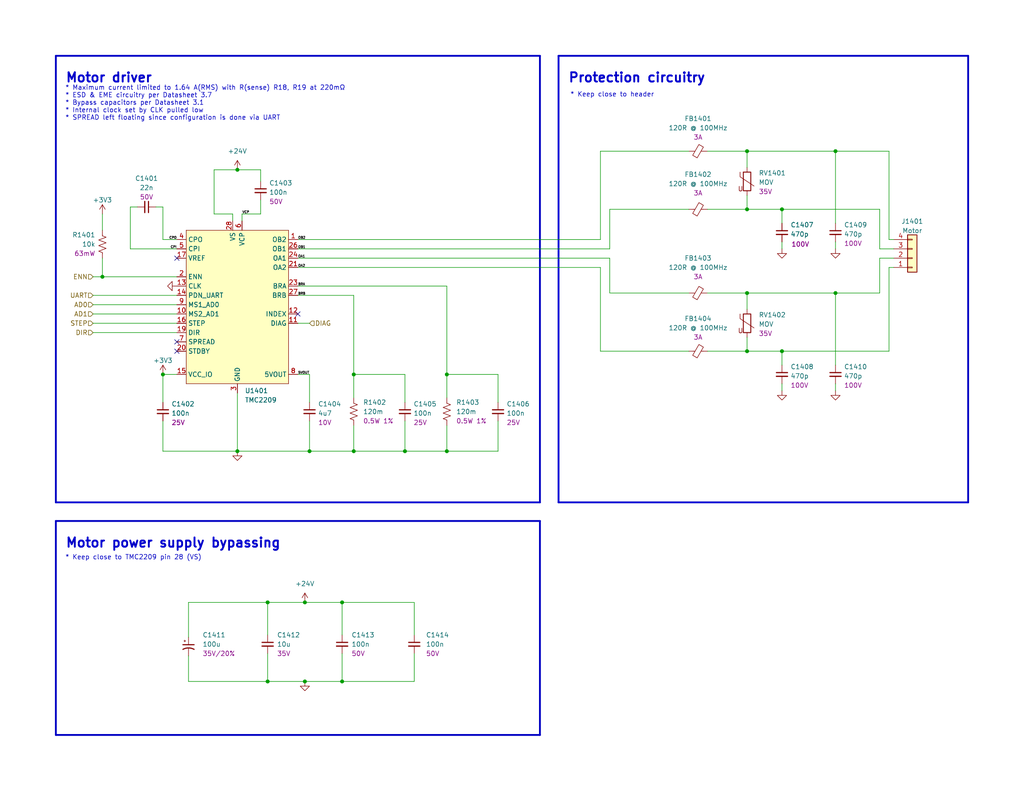
<source format=kicad_sch>
(kicad_sch (version 20211123) (generator eeschema)
  (paper "USLetter")
  (title_block (title "Starfish") (date "2022-09-10") (rev "v0") (company "Winterbloom") (comment 1 "Alethea Flowers") (comment 2 "CERN-OHL-P V2") (comment 3 "jellyfish.wntr.dev"))
  (lib_symbols
    (symbol "Connector_Generic:Conn_01x04" (pin_names (offset 1.016) hide)
      (property "Reference" "J" (at 0 5.08 0))
      (property "Value" "Conn_01x04" (at 0 -7.62 0))
      (symbol "Conn_01x04_1_1"
        (rectangle (start -1.27 -4.953) (end 0 -5.207) (stroke (width 0.1524)))
        (rectangle (start -1.27 -2.413) (end 0 -2.667) (stroke (width 0.1524)))
        (rectangle (start -1.27 0.127) (end 0 -0.127) (stroke (width 0.1524)))
        (rectangle (start -1.27 2.667) (end 0 2.413) (stroke (width 0.1524)))
        (rectangle (start -1.27 3.81) (end 1.27 -6.35) (stroke (width 0.254)) (fill (type background)))
        (pin passive line (at -5.08 2.54 0) (length 3.81) (name "Pin_1") (number "1"))
        (pin passive line (at -5.08 0 0) (length 3.81) (name "Pin_2") (number "2"))
        (pin passive line (at -5.08 -2.54 0) (length 3.81) (name "Pin_3") (number "3"))
        (pin passive line (at -5.08 -5.08 0) (length 3.81) (name "Pin_4") (number "4"))
      )
    )
    (symbol "Device:C_Polarized_Small_US" (pin_numbers hide) (pin_names (offset 0.254) hide)
      (property "Reference" "C" (at 0.254 1.778 0))
      (property "Value" "C_Polarized_Small_US" (at 0.254 -2.032 0))
      (symbol "C_Polarized_Small_US_0_1"
        (polyline (pts (xy -1.524 0.508) (xy 1.524 0.508)) (stroke (width 0.3048)))
        (polyline (pts (xy -1.27 1.524) (xy -0.762 1.524)))
        (polyline (pts (xy -1.016 1.27) (xy -1.016 1.778)))
        (arc (start 1.524 -0.762) (mid 0 -0.3734) (end -1.524 -0.762) (stroke (width 0.3048)))
      )
      (symbol "C_Polarized_Small_US_1_1"
        (pin passive line (at 0 2.54 270) (length 2.032) (name "~") (number "1"))
        (pin passive line (at 0 -2.54 90) (length 2.032) (name "~") (number "2"))
      )
    )
    (symbol "Device:C_Small" (pin_numbers hide) (pin_names (offset 0.254) hide)
      (property "Reference" "C" (at 0.254 1.778 0))
      (property "Value" "C_Small" (at 0.254 -2.032 0))
      (symbol "C_Small_0_1"
        (polyline (pts (xy -1.524 -0.508) (xy 1.524 -0.508)) (stroke (width 0.3302)))
        (polyline (pts (xy -1.524 0.508) (xy 1.524 0.508)) (stroke (width 0.3048)))
      )
      (symbol "C_Small_1_1"
        (pin passive line (at 0 2.54 270) (length 2.032) (name "~") (number "1"))
        (pin passive line (at 0 -2.54 90) (length 2.032) (name "~") (number "2"))
      )
    )
    (symbol "Device:FerriteBead_Small" (pin_numbers hide) (pin_names (offset 0))
      (property "Reference" "FB" (at 1.905 1.27 0))
      (property "Value" "FerriteBead_Small" (at 1.905 -1.27 0))
      (symbol "FerriteBead_Small_0_1"
        (polyline (pts (xy 0 -1.27) (xy 0 -0.7874)))
        (polyline (pts (xy 0 0.889) (xy 0 1.2954)))
        (polyline (pts (xy -1.8288 0.2794) (xy -1.1176 1.4986) (xy 1.8288 -0.2032) (xy 1.1176 -1.4224) (xy -1.8288 0.2794)))
      )
      (symbol "FerriteBead_Small_1_1"
        (pin passive line (at 0 2.54 270) (length 1.27) (name "~") (number "1"))
        (pin passive line (at 0 -2.54 90) (length 1.27) (name "~") (number "2"))
      )
    )
    (symbol "Device:R_US" (pin_numbers hide) (pin_names (offset 0))
      (property "Reference" "R" (at 2.54 0 90))
      (property "Value" "R_US" (at -2.54 0 90))
      (symbol "R_US_0_1"
        (polyline (pts (xy 0 -2.286) (xy 0 -2.54)))
        (polyline (pts (xy 0 2.286) (xy 0 2.54)))
        (polyline (pts (xy 0 -0.762) (xy 1.016 -1.143) (xy 0 -1.524) (xy -1.016 -1.905) (xy 0 -2.286)))
        (polyline (pts (xy 0 0.762) (xy 1.016 0.381) (xy 0 0) (xy -1.016 -0.381) (xy 0 -0.762)))
        (polyline (pts (xy 0 2.286) (xy 1.016 1.905) (xy 0 1.524) (xy -1.016 1.143) (xy 0 0.762)))
      )
      (symbol "R_US_1_1"
        (pin passive line (at 0 3.81 270) (length 1.27) (name "~") (number "1"))
        (pin passive line (at 0 -3.81 90) (length 1.27) (name "~") (number "2"))
      )
    )
    (symbol "Device:Varistor" (pin_numbers hide) (pin_names (offset 0))
      (property "Reference" "RV" (at 3.175 0 90))
      (property "Value" "Varistor" (at -3.175 0 90))
      (symbol "Varistor_0_0"
        (text "U" (at -1.778 -2.032 0) (effects (font (size 1.27 1.27))))
      )
      (symbol "Varistor_0_1"
        (rectangle (start -1.016 -2.54) (end 1.016 2.54) (stroke (width 0.254)))
        (polyline (pts (xy -1.905 2.54) (xy -1.905 1.27) (xy 1.905 -1.27)))
      )
      (symbol "Varistor_1_1"
        (pin passive line (at 0 3.81 270) (length 1.27) (name "~") (number "1"))
        (pin passive line (at 0 -3.81 90) (length 1.27) (name "~") (number "2"))
      )
    )
    (symbol "power:+24V" (power) (pin_names (offset 0))
      (property "Value" "+24V" (at 0 3.556 0))
      (symbol "+24V_0_1"
        (polyline (pts (xy -0.762 1.27) (xy 0 2.54)))
        (polyline (pts (xy 0 0) (xy 0 2.54)))
        (polyline (pts (xy 0 2.54) (xy 0.762 1.27)))
      )
      (symbol "+24V_1_1"
        (pin power_in line (at 0 0 90) (length 0) hide (name "+24V") (number "1"))
      )
    )
    (symbol "power:+3V3" (power) (pin_names (offset 0))
      (property "Value" "+3V3" (at 0 3.556 0))
      (symbol "+3V3_0_1"
        (polyline (pts (xy -0.762 1.27) (xy 0 2.54)))
        (polyline (pts (xy 0 0) (xy 0 2.54)))
        (polyline (pts (xy 0 2.54) (xy 0.762 1.27)))
      )
      (symbol "+3V3_1_1"
        (pin power_in line (at 0 0 90) (length 0) hide (name "+3V3") (number "1"))
      )
    )
    (symbol "power:GND" (power) (pin_names (offset 0))
      (property "Value" "GND" (at 0 -3.81 0))
      (symbol "GND_0_1"
        (polyline (pts (xy 0 0) (xy 0 -1.27) (xy 1.27 -1.27) (xy 0 -2.54) (xy -1.27 -1.27) (xy 0 -1.27)))
      )
      (symbol "GND_1_1"
        (pin power_in line (at 0 0 270) (length 0) hide (name "GND") (number "1"))
      )
    )
    (symbol "winterbloom:TMC2209"
      (property "Reference" "U" (at 12.7 -21.59 0))
      (property "Value" "TMC2209" (at -10.16 22.86 0))
      (symbol "TMC2209_0_0"
        (pin output line (at 16.51 19.05 180) (length 2.54) (name "OB2") (number "1"))
        (pin input line (at -16.51 -1.27 0) (length 2.54) (name "MS2_AD1") (number "10"))
        (pin output line (at 16.51 -3.81 180) (length 2.54) (name "DIAG") (number "11"))
        (pin output line (at 16.51 -1.27 180) (length 2.54) (name "INDEX") (number "12"))
        (pin input line (at -16.51 6.35 0) (length 2.54) (name "CLK") (number "13"))
        (pin bidirectional line (at -16.51 3.81 0) (length 2.54) (name "PDN_UART") (number "14"))
        (pin power_in line (at -16.51 -17.78 0) (length 2.54) (name "VCC_IO") (number "15"))
        (pin input line (at -16.51 -3.81 0) (length 2.54) (name "STEP") (number "16"))
        (pin input line (at -16.51 13.97 0) (length 2.54) (name "VREF") (number "17"))
        (pin power_in line (at 0 -22.86 90) (length 2.54) hide (name "GND") (number "18"))
        (pin input line (at -16.51 -6.35 0) (length 2.54) (name "DIR") (number "19"))
        (pin input line (at -16.51 8.89 0) (length 2.54) (name "ENN") (number "2"))
        (pin input line (at -16.51 -11.43 0) (length 2.54) (name "STDBY") (number "20"))
        (pin output line (at 16.51 11.43 180) (length 2.54) (name "OA2") (number "21"))
        (pin power_in line (at -1.27 24.13 270) (length 2.54) hide (name "VS") (number "22"))
        (pin passive line (at 16.51 6.35 180) (length 2.54) (name "BRA") (number "23"))
        (pin output line (at 16.51 13.97 180) (length 2.54) (name "OA1") (number "24"))
        (pin power_in line (at 0 -22.86 90) (length 2.54) hide (name "GND") (number "25"))
        (pin output line (at 16.51 16.51 180) (length 2.54) (name "OB1") (number "26"))
        (pin passive line (at 16.51 3.81 180) (length 2.54) (name "BRB") (number "27"))
        (pin power_in line (at -1.27 24.13 270) (length 2.54) (name "VS") (number "28"))
        (pin power_in line (at 0 -22.86 90) (length 2.54) hide (name "PAD") (number "29"))
        (pin power_in line (at 0 -22.86 90) (length 2.54) (name "GND") (number "3"))
        (pin passive line (at -16.51 19.05 0) (length 2.54) (name "CPO") (number "4"))
        (pin passive line (at -16.51 16.51 0) (length 2.54) (name "CPI") (number "5"))
        (pin passive line (at 1.27 24.13 270) (length 2.54) (name "VCP") (number "6"))
        (pin passive line (at -16.51 -8.89 0) (length 2.54) (name "SPREAD") (number "7"))
        (pin power_out line (at 16.51 -17.78 180) (length 2.54) (name "5VOUT") (number "8"))
        (pin input line (at -16.51 1.27 0) (length 2.54) (name "MS1_AD0") (number "9"))
      )
      (symbol "TMC2209_0_1"
        (rectangle (start -13.97 21.59) (end 13.97 -20.32) (fill (type background)))
      )
    )
  )
  (junction (at 213.36 95.885))
  (junction (at 203.835 57.15))
  (junction (at 203.835 41.275))
  (junction (at 83.185 186.055))
  (junction (at 84.455 123.19))
  (junction (at 227.965 80.01))
  (junction (at 44.45 102.235))
  (junction (at 73.025 164.465))
  (junction (at 64.77 46.355))
  (junction (at 203.835 95.885))
  (junction (at 73.025 186.055))
  (junction (at 213.36 57.15))
  (junction (at 96.52 102.235))
  (junction (at 110.49 123.19))
  (junction (at 27.94 75.565))
  (junction (at 93.345 186.055))
  (junction (at 121.92 102.235))
  (junction (at 203.835 80.01))
  (junction (at 83.185 164.465))
  (junction (at 96.52 123.19))
  (junction (at 93.345 164.465))
  (junction (at 227.965 41.275))
  (junction (at 121.92 123.19))
  (junction (at 64.77 123.19))
  (no_connect (at 48.26 70.485))
  (no_connect (at 81.28 85.725))
  (no_connect (at 48.26 93.345))
  (no_connect (at 48.26 95.885))
  (wire (pts (xy 44.45 109.855) (xy 44.45 102.235)))
  (wire (pts (xy 73.025 178.435) (xy 73.025 186.055)))
  (wire (pts (xy 242.57 65.405) (xy 242.57 41.275)))
  (wire (pts (xy 93.345 178.435) (xy 93.345 186.055)))
  (wire (pts (xy 81.28 80.645) (xy 96.52 80.645)))
  (wire (pts (xy 166.37 57.15) (xy 166.37 67.945)))
  (wire (pts (xy 166.37 80.01) (xy 166.37 70.485)))
  (wire (pts (xy 203.835 92.075) (xy 203.835 95.885)))
  (polyline (pts (xy 15.24 142.24) (xy 147.32 142.24)) (stroke (width 0.5) (type solid)))
  (wire (pts (xy 110.49 123.19) (xy 96.52 123.19)))
  (polyline (pts (xy 147.32 200.66) (xy 15.24 200.66)) (stroke (width 0.5) (type solid)))
  (wire (pts (xy 96.52 102.235) (xy 110.49 102.235)))
  (wire (pts (xy 81.28 78.105) (xy 121.92 78.105)))
  (wire (pts (xy 187.96 41.275) (xy 163.83 41.275)))
  (polyline (pts (xy 147.32 142.24) (xy 147.32 200.66)) (stroke (width 0.5) (type solid)))
  (wire (pts (xy 243.84 73.025) (xy 242.57 73.025)))
  (wire (pts (xy 240.03 70.485) (xy 243.84 70.485)))
  (wire (pts (xy 27.94 58.42) (xy 27.94 62.865)))
  (wire (pts (xy 203.835 41.275) (xy 203.835 45.72)))
  (wire (pts (xy 121.92 123.19) (xy 135.89 123.19)))
  (wire (pts (xy 25.4 83.185) (xy 48.26 83.185)))
  (wire (pts (xy 193.04 95.885) (xy 203.835 95.885)))
  (polyline (pts (xy 264.16 137.16) (xy 152.4 137.16)) (stroke (width 0.5) (type solid)))
  (wire (pts (xy 121.92 123.19) (xy 110.49 123.19)))
  (wire (pts (xy 240.03 80.01) (xy 240.03 70.485)))
  (wire (pts (xy 84.455 123.19) (xy 96.52 123.19)))
  (wire (pts (xy 121.92 102.235) (xy 121.92 108.585)))
  (wire (pts (xy 121.92 102.235) (xy 135.89 102.235)))
  (wire (pts (xy 203.835 80.01) (xy 227.965 80.01)))
  (wire (pts (xy 58.42 46.355) (xy 58.42 58.42)))
  (wire (pts (xy 51.435 186.055) (xy 73.025 186.055)))
  (wire (pts (xy 51.435 164.465) (xy 51.435 173.99)))
  (wire (pts (xy 35.56 56.515) (xy 35.56 67.945)))
  (polyline (pts (xy 147.32 137.16) (xy 15.24 137.16)) (stroke (width 0.5) (type solid)))
  (wire (pts (xy 187.96 57.15) (xy 166.37 57.15)))
  (wire (pts (xy 66.04 58.42) (xy 66.04 60.325)))
  (wire (pts (xy 193.04 41.275) (xy 203.835 41.275)))
  (wire (pts (xy 240.03 57.15) (xy 240.03 67.945)))
  (wire (pts (xy 227.965 106.68) (xy 227.965 104.775)))
  (wire (pts (xy 27.94 75.565) (xy 48.26 75.565)))
  (wire (pts (xy 81.28 65.405) (xy 163.83 65.405)))
  (wire (pts (xy 227.965 67.945) (xy 227.965 66.04)))
  (wire (pts (xy 96.52 102.235) (xy 96.52 108.585)))
  (wire (pts (xy 83.185 186.055) (xy 93.345 186.055)))
  (wire (pts (xy 110.49 102.235) (xy 110.49 109.855)))
  (polyline (pts (xy 152.4 15.24) (xy 152.4 137.16)) (stroke (width 0.5) (type solid)))
  (wire (pts (xy 81.28 70.485) (xy 166.37 70.485)))
  (wire (pts (xy 187.96 80.01) (xy 166.37 80.01)))
  (polyline (pts (xy 152.4 15.24) (xy 264.16 15.24)) (stroke (width 0.5) (type solid)))
  (wire (pts (xy 58.42 46.355) (xy 64.77 46.355)))
  (wire (pts (xy 84.455 114.935) (xy 84.455 123.19)))
  (wire (pts (xy 193.04 80.01) (xy 203.835 80.01)))
  (wire (pts (xy 83.185 164.465) (xy 93.345 164.465)))
  (wire (pts (xy 35.56 67.945) (xy 48.26 67.945)))
  (wire (pts (xy 135.89 102.235) (xy 135.89 109.855)))
  (polyline (pts (xy 147.32 15.24) (xy 147.32 137.16)) (stroke (width 0.5) (type solid)))
  (wire (pts (xy 227.965 41.275) (xy 242.57 41.275)))
  (wire (pts (xy 25.4 80.645) (xy 48.26 80.645)))
  (wire (pts (xy 96.52 116.205) (xy 96.52 123.19)))
  (wire (pts (xy 73.025 164.465) (xy 83.185 164.465)))
  (wire (pts (xy 113.03 186.055) (xy 113.03 178.435)))
  (wire (pts (xy 203.835 80.01) (xy 203.835 84.455)))
  (wire (pts (xy 63.5 58.42) (xy 63.5 60.325)))
  (wire (pts (xy 64.77 46.355) (xy 71.12 46.355)))
  (wire (pts (xy 187.96 95.885) (xy 163.83 95.885)))
  (wire (pts (xy 25.4 75.565) (xy 27.94 75.565)))
  (wire (pts (xy 48.26 65.405) (xy 44.45 65.405)))
  (wire (pts (xy 96.52 80.645) (xy 96.52 102.235)))
  (wire (pts (xy 84.455 102.235) (xy 84.455 109.855)))
  (wire (pts (xy 51.435 179.07) (xy 51.435 186.055)))
  (wire (pts (xy 25.4 90.805) (xy 48.26 90.805)))
  (wire (pts (xy 84.455 102.235) (xy 81.28 102.235)))
  (wire (pts (xy 203.835 95.885) (xy 213.36 95.885)))
  (wire (pts (xy 213.36 95.885) (xy 213.36 99.695)))
  (wire (pts (xy 73.025 186.055) (xy 83.185 186.055)))
  (wire (pts (xy 193.04 57.15) (xy 203.835 57.15)))
  (wire (pts (xy 242.57 73.025) (xy 242.57 95.885)))
  (wire (pts (xy 163.83 41.275) (xy 163.83 65.405)))
  (wire (pts (xy 58.42 58.42) (xy 63.5 58.42)))
  (wire (pts (xy 213.36 67.945) (xy 213.36 66.04)))
  (wire (pts (xy 240.03 67.945) (xy 243.84 67.945)))
  (polyline (pts (xy 15.24 142.24) (xy 15.24 200.66)) (stroke (width 0.5) (type solid)))
  (wire (pts (xy 73.025 164.465) (xy 51.435 164.465)))
  (wire (pts (xy 213.36 57.15) (xy 240.03 57.15)))
  (wire (pts (xy 44.45 65.405) (xy 44.45 56.515)))
  (wire (pts (xy 110.49 114.935) (xy 110.49 123.19)))
  (wire (pts (xy 64.77 123.19) (xy 44.45 123.19)))
  (wire (pts (xy 73.025 164.465) (xy 73.025 173.355)))
  (wire (pts (xy 37.465 56.515) (xy 35.56 56.515)))
  (wire (pts (xy 71.12 46.355) (xy 71.12 49.53)))
  (wire (pts (xy 44.45 102.235) (xy 48.26 102.235)))
  (wire (pts (xy 44.45 123.19) (xy 44.45 114.935)))
  (wire (pts (xy 227.965 80.01) (xy 240.03 80.01)))
  (wire (pts (xy 27.94 70.485) (xy 27.94 75.565)))
  (wire (pts (xy 227.965 60.96) (xy 227.965 41.275)))
  (wire (pts (xy 213.36 57.15) (xy 213.36 60.96)))
  (wire (pts (xy 64.77 107.315) (xy 64.77 123.19)))
  (wire (pts (xy 93.345 186.055) (xy 113.03 186.055)))
  (wire (pts (xy 81.28 73.025) (xy 163.83 73.025)))
  (polyline (pts (xy 15.24 15.24) (xy 15.24 137.16)) (stroke (width 0.5) (type solid)))
  (wire (pts (xy 84.455 123.19) (xy 64.77 123.19)))
  (wire (pts (xy 227.965 80.01) (xy 227.965 99.695)))
  (wire (pts (xy 81.28 88.265) (xy 84.455 88.265)))
  (wire (pts (xy 213.36 106.68) (xy 213.36 104.775)))
  (wire (pts (xy 203.835 41.275) (xy 227.965 41.275)))
  (wire (pts (xy 163.83 95.885) (xy 163.83 73.025)))
  (wire (pts (xy 25.4 85.725) (xy 48.26 85.725)))
  (wire (pts (xy 93.345 164.465) (xy 113.03 164.465)))
  (wire (pts (xy 203.835 57.15) (xy 213.36 57.15)))
  (wire (pts (xy 44.45 56.515) (xy 42.545 56.515)))
  (wire (pts (xy 121.92 78.105) (xy 121.92 102.235)))
  (wire (pts (xy 71.12 54.61) (xy 71.12 58.42)))
  (wire (pts (xy 81.28 67.945) (xy 166.37 67.945)))
  (wire (pts (xy 93.345 164.465) (xy 93.345 173.355)))
  (wire (pts (xy 25.4 88.265) (xy 48.26 88.265)))
  (wire (pts (xy 71.12 58.42) (xy 66.04 58.42)))
  (wire (pts (xy 121.92 116.205) (xy 121.92 123.19)))
  (polyline (pts (xy 264.16 15.24) (xy 264.16 137.16)) (stroke (width 0.5) (type solid)))
  (wire (pts (xy 243.84 65.405) (xy 242.57 65.405)))
  (wire (pts (xy 135.89 123.19) (xy 135.89 114.935)))
  (wire (pts (xy 113.03 164.465) (xy 113.03 173.355)))
  (wire (pts (xy 203.835 53.34) (xy 203.835 57.15)))
  (wire (pts (xy 213.36 95.885) (xy 242.57 95.885)))
  (polyline (pts (xy 15.24 15.24) (xy 147.32 15.24)) (stroke (width 0.5) (type solid)))
  (text "Motor power supply bypassing" (at 17.78 149.86 0) (effects (font (size 2.54 2.54) (thickness 0.508) bold) (justify left bottom)))
  (text "* Maximum current limited to 1.64 A(RMS) with R(sense) R18, R19 at 220mΩ\n* ESD & EME circuitry per Datasheet 3.7\n* Bypass capacitors per Datasheet 3.1\n* Internal clock set by CLK pulled low\n* SPREAD left floating since configuration is done via UART" (at 17.78 33.02 0) (effects (font (size 1.27 1.27)) (justify left bottom)))
  (text "* Keep close to header" (at 155.575 26.67 0) (effects (font (size 1.27 1.27)) (justify left bottom)))
  (text "Protection circuitry" (at 154.94 22.86 0) (effects (font (size 2.54 2.54) (thickness 0.508) bold) (justify left bottom)))
  (text "Motor driver" (at 17.78 22.86 0) (effects (font (size 2.54 2.54) (thickness 0.508) bold) (justify left bottom)))
  (text "* Keep close to TMC2209 pin 28 (VS)" (at 17.78 153.035 0) (effects (font (size 1.27 1.27)) (justify left bottom)))
  (label "OB1" (at 81.28 67.945 0) (effects (font (size 0.64 0.64))))
  (label "CPI" (at 48.26 67.945 180) (effects (font (size 0.64 0.64))))
  (label "BRA" (at 81.28 78.105 0) (effects (font (size 0.64 0.64))))
  (label "5VOUT" (at 81.28 102.235 0) (effects (font (size 0.64 0.64))))
  (label "BRB" (at 81.28 80.645 0) (effects (font (size 0.64 0.64))))
  (label "OA1" (at 81.28 70.485 0) (effects (font (size 0.64 0.64))))
  (label "VCP" (at 66.04 58.42 0) (effects (font (size 0.64 0.64))))
  (label "OA2" (at 81.28 73.025 0) (effects (font (size 0.64 0.64))))
  (label "OB2" (at 81.28 65.405 0) (effects (font (size 0.64 0.64))))
  (label "CPO" (at 48.26 65.405 180) (effects (font (size 0.64 0.64))))
  (hierarchical_label "STEP" (shape input) (at 25.4 88.265 180))
  (hierarchical_label "UART" (shape input) (at 25.4 80.645 180))
  (hierarchical_label "DIR" (shape input) (at 25.4 90.805 180))
  (hierarchical_label "DIAG" (shape input) (at 84.455 88.265 0))
  (hierarchical_label "AD1" (shape input) (at 25.4 85.725 180))
  (hierarchical_label "AD0" (shape input) (at 25.4 83.185 180))
  (hierarchical_label "ENN" (shape input) (at 25.4 75.565 180))
  (symbol (lib_id "Device:C_Polarized_Small_US") (at 51.435 176.53 0) (unit 1)
    (property "Reference" "C1411" (at 55.245 173.3549 0) (effects (justify left)))
    (property "Value" "100u" (at 55.245 175.8949 0) (effects (justify left)))
    (property "Footprint" "Capacitor_SMD:CP_Elec_6.3x9.9" (effects hide))
    (property "Rating" "35V/20%" (at 55.245 178.4349 0) (effects (justify left)))
    (property "mpn" "865080653016, UWT1V221MNL1GS" (effects hide))
  )
  (symbol (lib_id "Device:R_US") (at 121.92 112.395 180) (unit 1)
    (property "Reference" "R1403" (at 124.46 109.8549 0) (effects (justify right)))
    (property "Value" "120m" (at 124.46 112.3949 0) (effects (justify right)))
    (property "Footprint" "winterbloom:R_1206_HandSolder" (effects hide))
    (property "Rating" "0.5W 1%" (at 124.46 114.9349 0) (effects (justify right)))
    (property "mpn" "KDV12DR120ET" (effects hide))
  )
  (symbol (lib_id "Device:Varistor") (at 203.835 88.265 0) (unit 1)
    (property "Reference" "RV1402" (at 207.01 85.9781 0) (effects (justify left)))
    (property "Value" "MOV" (at 207.01 88.5181 0) (effects (justify left)))
    (property "Footprint" "winterbloom:R_0603_HandSolder" (effects hide))
    (property "Datasheet" "https://www.tdk-electronics.tdk.com/inf/75/ds/High_speed_series.pdf?ref_disty=digikey" (effects hide))
    (property "mpn" "B72500D0300H060" (effects hide))
    (property "Rating" "35V" (at 207.01 91.0581 0) (effects (justify left)))
  )
  (symbol (lib_id "power:+3V3") (at 44.45 102.235 0) (unit 1)
    (property "Reference" "#PWR01402" (effects hide))
    (property "Value" "+3V3" (at 44.45 98.425 0))
  )
  (symbol (lib_id "power:GND") (at 48.26 78.105 270) (unit 1)
    (property "Reference" "#PWR01403" (effects hide))
    (property "Value" "GND" (effects hide))
  )
  (symbol (lib_id "Device:C_Small") (at 213.36 63.5 0) (unit 1)
    (property "Reference" "C1407" (at 215.6841 61.4032 0) (effects (justify left)))
    (property "Value" "470p" (at 215.6841 63.9401 0) (effects (justify left)))
    (property "Footprint" "winterbloom:C_0603_HandSolder" (effects hide))
    (property "Rating" "100V" (at 215.9 66.675 0) (effects (justify left)))
    (property "mpn" "885342006005" (effects hide))
  )
  (symbol (lib_id "Device:C_Small") (at 40.005 56.515 270) (unit 1)
    (property "Reference" "C1401" (at 39.9986 48.7163 90))
    (property "Value" "22n" (at 39.9986 51.2532 90))
    (property "Footprint" "winterbloom:C_0603_HandSolder" (effects hide))
    (property "Rating" "50V" (at 39.9986 53.7901 90))
    (property "mpn" "CL10B223KB8NNNC" (effects hide))
  )
  (symbol (lib_id "Device:C_Small") (at 73.025 175.895 0) (unit 1)
    (property "Reference" "C1412" (at 75.565 173.3612 0) (effects (justify left)))
    (property "Value" "10u" (at 75.565 175.9012 0) (effects (justify left)))
    (property "Footprint" "winterbloom:C_1210_HandSolder" (effects hide))
    (property "Rating" "35V" (at 75.565 178.4412 0) (effects (justify left)))
    (property "mpn" "CL32A106KAULNNE" (effects hide))
  )
  (symbol (lib_id "Device:C_Small") (at 213.36 102.235 0) (unit 1)
    (property "Reference" "C1408" (at 215.6841 100.1382 0) (effects (justify left)))
    (property "Value" "470p" (at 215.6841 102.6751 0) (effects (justify left)))
    (property "Footprint" "winterbloom:C_0603_HandSolder" (effects hide))
    (property "Rating" "100V" (at 215.6841 105.212 0) (effects (justify left)))
    (property "mpn" "885342006005" (effects hide))
  )
  (symbol (lib_id "Device:FerriteBead_Small") (at 190.5 57.15 90) (unit 1)
    (property "Reference" "FB1402" (at 190.4619 47.625 90))
    (property "Value" "120R @ 100MHz" (at 190.4619 50.165 90))
    (property "Footprint" "winterbloom:L_0603_HandSolder" (effects hide))
    (property "Datasheet" "https://www.murata.com/products/productdata/8796738650142/ENFA0003.pdf" (effects hide))
    (property "Rating" "3A" (at 190.4619 52.705 90))
    (property "mpn" "BLM18KG121TN1D" (effects hide))
  )
  (symbol (lib_id "Device:C_Small") (at 84.455 112.395 0) (unit 1)
    (property "Reference" "C1404" (at 86.7791 110.2982 0) (effects (justify left)))
    (property "Value" "4u7" (at 86.7791 112.8351 0) (effects (justify left)))
    (property "Footprint" "winterbloom:C_0603_HandSolder" (effects hide))
    (property "Rating" "10V" (at 86.7791 115.372 0) (effects (justify left)))
    (property "mpn" "CL10A475KP8NNNC" (effects hide))
  )
  (symbol (lib_id "Device:R_US") (at 96.52 112.395 180) (unit 1)
    (property "Reference" "R1402" (at 99.06 109.8549 0) (effects (justify right)))
    (property "Value" "120m" (at 99.06 112.3949 0) (effects (justify right)))
    (property "Footprint" "winterbloom:R_1206_HandSolder" (effects hide))
    (property "Rating" "0.5W 1%" (at 99.06 114.9349 0) (effects (justify right)))
    (property "mpn" "KDV12DR120ET" (effects hide))
  )
  (symbol (lib_id "power:GND") (at 213.36 106.68 0) (unit 1)
    (property "Reference" "#PWR01407" (effects hide))
    (property "Value" "GND" (effects hide))
  )
  (symbol (lib_id "winterbloom:TMC2209") (at 64.77 84.455 0) (unit 1)
    (property "Reference" "U1401" (at 66.7894 106.6784 0) (effects (justify left)))
    (property "Value" "TMC2209" (at 66.7894 109.2153 0) (effects (justify left)))
    (property "Footprint" "winterbloom:TMC2209-LA" (effects hide))
    (property "Datasheet" "https://www.trinamic.com/fileadmin/assets/Products/ICs_Documents/TMC2209_Datasheet_V103.pdf" (effects hide))
    (property "mpn" "TMC2209-LA" (effects hide))
  )
  (symbol (lib_id "power:GND") (at 227.965 67.945 0) (unit 1)
    (property "Reference" "#PWR01408" (effects hide))
    (property "Value" "GND" (effects hide))
  )
  (symbol (lib_id "Device:FerriteBead_Small") (at 190.5 95.885 90) (unit 1)
    (property "Reference" "FB1404" (at 190.4619 86.995 90))
    (property "Value" "120R @ 100MHz" (at 190.4619 89.535 90))
    (property "Footprint" "winterbloom:L_0603_HandSolder" (effects hide))
    (property "Datasheet" "https://www.murata.com/products/productdata/8796738650142/ENFA0003.pdf" (effects hide))
    (property "Rating" "3A" (at 190.4619 92.075 90))
    (property "mpn" "BLM18KG121TN1D" (effects hide))
  )
  (symbol (lib_id "power:+3V3") (at 27.94 58.42 0) (unit 1)
    (property "Reference" "#PWR01401" (effects hide))
    (property "Value" "+3V3" (at 27.94 54.61 0))
  )
  (symbol (lib_id "Device:C_Small") (at 110.49 112.395 0) (unit 1)
    (property "Reference" "C1405" (at 112.8141 110.2982 0) (effects (justify left)))
    (property "Value" "100n" (at 112.8141 112.8351 0) (effects (justify left)))
    (property "Footprint" "winterbloom:C_0402_HandSolder" (effects hide))
    (property "Rating" "25V" (at 112.8141 115.372 0) (effects (justify left)))
    (property "mpn" "CL05A104KA5NNNC" (effects hide))
  )
  (symbol (lib_id "power:GND") (at 227.965 106.68 0) (unit 1)
    (property "Reference" "#PWR01409" (effects hide))
    (property "Value" "GND" (effects hide))
  )
  (symbol (lib_id "Device:FerriteBead_Small") (at 190.5 80.01 90) (unit 1)
    (property "Reference" "FB1403" (at 190.4619 70.485 90))
    (property "Value" "120R @ 100MHz" (at 190.4619 73.025 90))
    (property "Footprint" "winterbloom:L_0603_HandSolder" (effects hide))
    (property "Datasheet" "https://www.murata.com/products/productdata/8796738650142/ENFA0003.pdf" (effects hide))
    (property "Rating" "3A" (at 190.4619 75.565 90))
    (property "mpn" "BLM18KG121TN1D" (effects hide))
  )
  (symbol (lib_id "power:GND") (at 213.36 67.945 0) (unit 1)
    (property "Reference" "#PWR01406" (effects hide))
    (property "Value" "GND" (effects hide))
  )
  (symbol (lib_id "power:+24V") (at 83.185 164.465 0) (unit 1)
    (property "Reference" "#PWR01410" (effects hide))
    (property "Value" "+24V" (at 83.185 159.385 0))
  )
  (symbol (lib_id "Device:C_Small") (at 227.965 63.5 0) (unit 1)
    (property "Reference" "C1409" (at 230.2891 61.4032 0) (effects (justify left)))
    (property "Value" "470p" (at 230.2891 63.9401 0) (effects (justify left)))
    (property "Footprint" "winterbloom:C_0603_HandSolder" (effects hide))
    (property "Rating" "100V" (at 230.2891 66.477 0) (effects (justify left)))
    (property "mpn" "885342006005" (effects hide))
  )
  (symbol (lib_id "Device:R_US") (at 27.94 66.675 180) (unit 1)
    (property "Reference" "R1401" (at 26.035 64.1349 0) (effects (justify left)))
    (property "Value" "10k" (at 26.035 66.6749 0) (effects (justify left)))
    (property "Footprint" "winterbloom:R_0402_HandSolder" (effects hide))
    (property "mpn" "RC0402JR-0710KL" (effects hide))
    (property "Rating" "63mW" (at 26.035 69.2149 0) (effects (justify left)))
  )
  (symbol (lib_id "Connector_Generic:Conn_01x04") (at 248.92 70.485 0) (mirror x) (unit 1)
    (property "Reference" "J1401" (at 248.92 60.4352 0))
    (property "Value" "Motor" (at 248.92 62.9721 0))
    (property "Footprint" "winterbloom:JST_XH_B4B-XH-AM_1x04_P2.50mm_Vertical" (effects hide))
    (property "mpn" "B4B-XH-AM" (effects hide))
  )
  (symbol (lib_id "Device:FerriteBead_Small") (at 190.5 41.275 90) (unit 1)
    (property "Reference" "FB1401" (at 190.4619 32.385 90))
    (property "Value" "120R @ 100MHz" (at 190.4619 34.925 90))
    (property "Footprint" "winterbloom:L_0603_HandSolder" (effects hide))
    (property "Datasheet" "https://www.murata.com/products/productdata/8796738650142/ENFA0003.pdf" (effects hide))
    (property "Rating" "3A" (at 190.4619 37.465 90))
    (property "mpn" "BLM18KG121TN1D" (effects hide))
  )
  (symbol (lib_id "Device:Varistor") (at 203.835 49.53 0) (unit 1)
    (property "Reference" "RV1401" (at 207.01 47.2431 0) (effects (justify left)))
    (property "Value" "MOV" (at 207.01 49.7831 0) (effects (justify left)))
    (property "Footprint" "winterbloom:R_0603_HandSolder" (effects hide))
    (property "Datasheet" "https://www.tdk-electronics.tdk.com/inf/75/ds/High_speed_series.pdf?ref_disty=digikey" (effects hide))
    (property "mpn" "B72500D0300H060" (effects hide))
    (property "Rating" "35V" (at 207.01 52.3231 0) (effects (justify left)))
  )
  (symbol (lib_id "power:+24V") (at 64.77 46.355 0) (unit 1)
    (property "Reference" "#PWR01404" (effects hide))
    (property "Value" "+24V" (at 64.77 41.275 0))
  )
  (symbol (lib_id "power:GND") (at 64.77 123.19 0) (unit 1)
    (property "Reference" "#PWR01405" (effects hide))
    (property "Value" "GND" (effects hide))
  )
  (symbol (lib_id "Device:C_Small") (at 135.89 112.395 0) (unit 1)
    (property "Reference" "C1406" (at 138.2141 110.2982 0) (effects (justify left)))
    (property "Value" "100n" (at 138.2141 112.8351 0) (effects (justify left)))
    (property "Footprint" "winterbloom:C_0402_HandSolder" (effects hide))
    (property "Rating" "25V" (at 138.2141 115.372 0) (effects (justify left)))
    (property "mpn" "CL05A104KA5NNNC" (effects hide))
  )
  (symbol (lib_id "power:GND") (at 83.185 186.055 0) (unit 1)
    (property "Reference" "#PWR01411" (effects hide))
    (property "Value" "GND" (effects hide))
  )
  (symbol (lib_id "Device:C_Small") (at 113.03 175.895 0) (unit 1)
    (property "Reference" "C1414" (at 116.205 173.3612 0) (effects (justify left)))
    (property "Value" "100n" (at 116.205 175.9012 0) (effects (justify left)))
    (property "Footprint" "winterbloom:C_0603_HandSolder" (effects hide))
    (property "Rating" "50V" (at 116.205 178.4412 0) (effects (justify left)))
    (property "mpn" "CL10B104KB8NNWC" (effects hide))
  )
  (symbol (lib_id "Device:C_Small") (at 93.345 175.895 0) (unit 1)
    (property "Reference" "C1413" (at 95.885 173.3612 0) (effects (justify left)))
    (property "Value" "100n" (at 95.885 175.9012 0) (effects (justify left)))
    (property "Footprint" "winterbloom:C_0603_HandSolder" (effects hide))
    (property "Rating" "50V" (at 95.885 178.4412 0) (effects (justify left)))
    (property "mpn" "CL10B104KB8NNWC" (effects hide))
  )
  (symbol (lib_id "Device:C_Small") (at 71.12 52.07 0) (unit 1)
    (property "Reference" "C1403" (at 73.4441 49.9732 0) (effects (justify left)))
    (property "Value" "100n" (at 73.4441 52.5101 0) (effects (justify left)))
    (property "Footprint" "winterbloom:C_0603_HandSolder" (effects hide))
    (property "Rating" "50V" (at 73.4441 55.047 0) (effects (justify left)))
    (property "mpn" "CL10B104KB8NNWC" (effects hide))
  )
  (symbol (lib_id "Device:C_Small") (at 227.965 102.235 0) (unit 1)
    (property "Reference" "C1410" (at 230.2891 100.1382 0) (effects (justify left)))
    (property "Value" "470p" (at 230.2891 102.6751 0) (effects (justify left)))
    (property "Footprint" "winterbloom:C_0603_HandSolder" (effects hide))
    (property "Rating" "100V" (at 230.2891 105.212 0) (effects (justify left)))
    (property "mpn" "885342006005" (effects hide))
  )
  (symbol (lib_id "Device:C_Small") (at 44.45 112.395 0) (unit 1)
    (property "Reference" "C1402" (at 46.7741 110.2982 0) (effects (justify left)))
    (property "Value" "100n" (at 46.7741 112.8351 0) (effects (justify left)))
    (property "Footprint" "winterbloom:C_0402_HandSolder" (effects hide))
    (property "Rating" "25V" (at 46.7741 115.372 0) (effects (justify left)))
    (property "mpn" "CL05A104KA5NNNC" (effects hide))
  )
)
</source>
